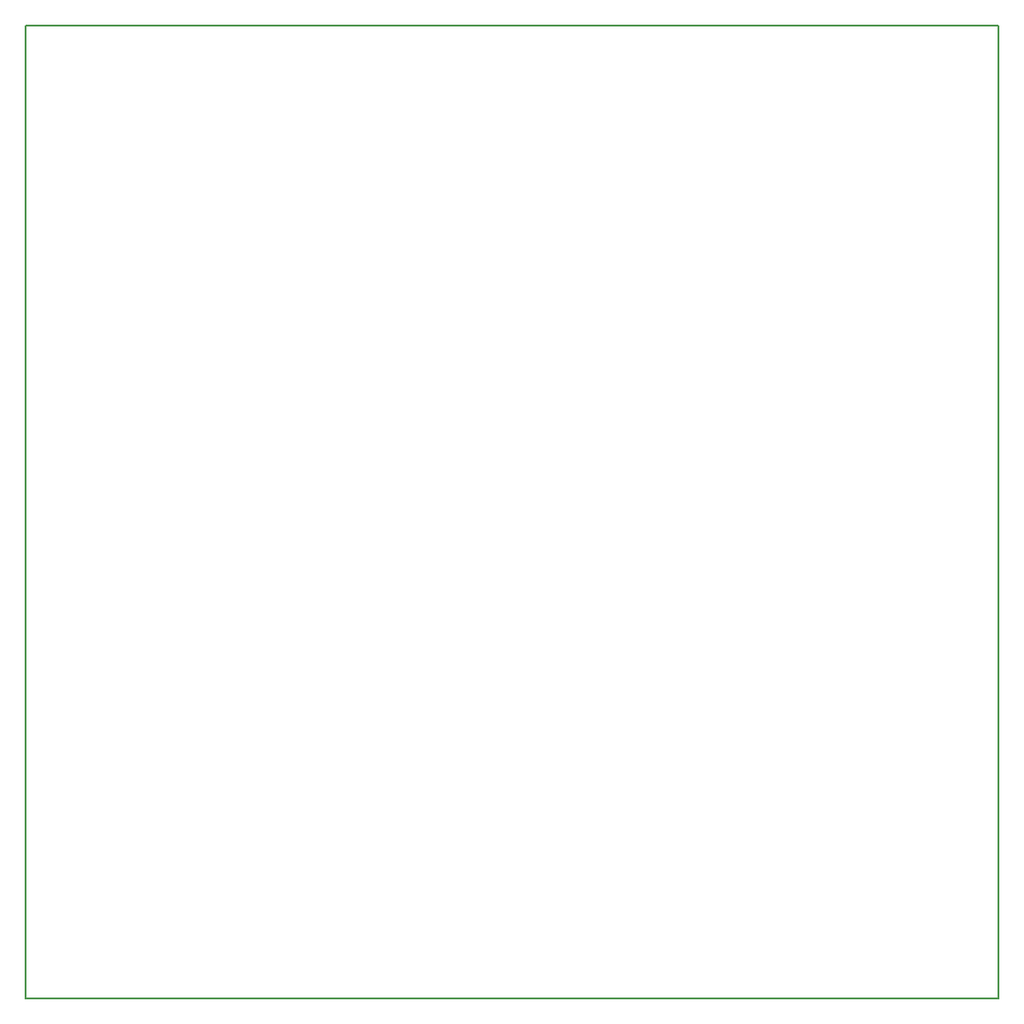
<source format=gm1>
%TF.GenerationSoftware,KiCad,Pcbnew,(6.0.4)*%
%TF.CreationDate,2022-07-09T00:06:40+02:00*%
%TF.ProjectId,BSPDandIndication,42535044-616e-4644-996e-646963617469,1.0*%
%TF.SameCoordinates,Original*%
%TF.FileFunction,Profile,NP*%
%FSLAX46Y46*%
G04 Gerber Fmt 4.6, Leading zero omitted, Abs format (unit mm)*
G04 Created by KiCad (PCBNEW (6.0.4)) date 2022-07-09 00:06:40*
%MOMM*%
%LPD*%
G01*
G04 APERTURE LIST*
%TA.AperFunction,Profile*%
%ADD10C,0.200000*%
%TD*%
G04 APERTURE END LIST*
D10*
X18161000Y-103505000D02*
X108331000Y-103505000D01*
X108331000Y-103505000D02*
X108331000Y-13335000D01*
X108331000Y-13335000D02*
X18161000Y-13335000D01*
X18161000Y-13335000D02*
X18161000Y-103505000D01*
M02*

</source>
